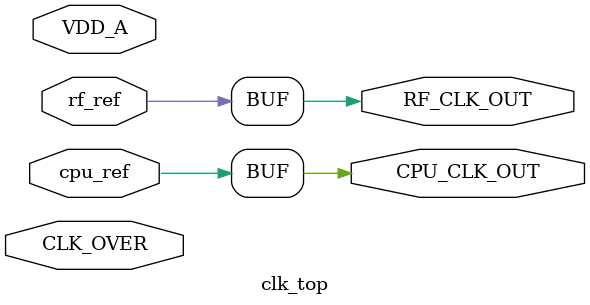
<source format=v>
/* DEPRECATED */
module clk_top(
	input VDD_A,
	input CLK_OVER,
	input cpu_ref,
	input rf_ref,
	output RF_CLK_OUT,
	output CPU_CLK_OUT
);

    reg CPU_CLK_OUT_reg, RF_CLK_OUT_reg, temp_A, temp_D;
/* 
    //Mux for CPU clk
    always @(posedge cpu_ref) begin
      case(CLK_OVER) 
        1'b0 : begin //Double inverter for now as we are unsure how to model PLL in verilog
	  temp_D <= ~cpu_ref;
	  CPU_CLK_OUT_reg <= ~temp_D;
        end
        1'b1 : begin
	  CPU_CLK_OUT_reg <= cpu_ref;
        end
      endcase  
    end
*/
    //Mux for RF clk
    always @(posedge rf_ref) begin 
      case(CLK_OVER) 
        1'b0 : begin //Double inverter for now as we are unsure how to model PLL in verilog
	  temp_A <= ~rf_ref;
	  RF_CLK_OUT_reg <= ~temp_A;
        end
        1'b1 : begin
	  RF_CLK_OUT_reg <= rf_ref;
        end
      endcase  
    end

assign CPU_CLK_OUT = cpu_ref;
assign RF_CLK_OUT = rf_ref; //RF_CLK_OUT_reg;

endmodule 

</source>
